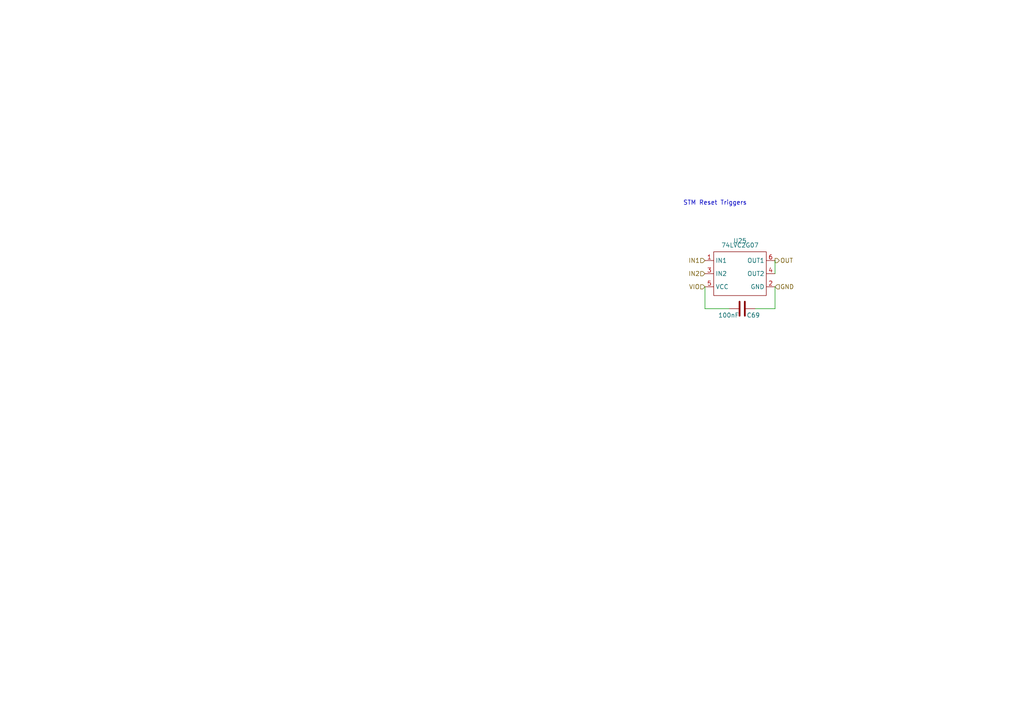
<source format=kicad_sch>
(kicad_sch (version 20250114) (generator "eeschema") (generator_version "9.0")
  (paper "A4")
  (lib_symbols
    (symbol "Common:74LVC2G07"
      (property "Reference" "U" (at 0 0 0))
      (symbol "74LVC2G07_0_1"
        (rectangle (start -7.62 6.35) (end 7.62 -6.35))
      )
      (symbol "74LVC2G07_1_1"
        (pin input line (at -10.16 3.81 0) (length 2.54) (name "IN1") (number "1"))
        (pin input line (at -10.16 0 0) (length 2.54) (name "IN2") (number "3"))
        (pin power_in line (at -10.16 -3.81 0) (length 2.54) (name "VCC") (number "5"))
        (pin open_collector line (at 10.16 3.81 180) (length 2.54) (name "OUT1") (number "6"))
        (pin open_collector line (at 10.16 0 180) (length 2.54) (name "OUT2") (number "4"))
        (pin power_in line (at 10.16 -3.81 180) (length 2.54) (name "GND") (number "2"))
      )
    )
    (symbol "Device:C" (pin_numbers (hide yes)) (pin_names (offset 0.254))
      (property "Reference" "C" (at 0.635 2.54 0))
      (property "Value" "C" (at 0.635 -2.54 0))
      (symbol "C_0_1"
        (polyline (pts (xy -2.032 0.762) (xy 2.032 0.762)) (stroke (width 0.508)))
        (polyline (pts (xy -2.032 -0.762) (xy 2.032 -0.762)) (stroke (width 0.508)))
      )
      (symbol "C_1_1"
        (pin passive line (at 0 3.81 270) (length 2.794) (name "~") (number "1"))
        (pin passive line (at 0 -3.81 90) (length 2.794) (name "~") (number "2"))
      )
    )
  )
  (text "STM Reset Triggers" (at 198.12 59.69 0) (effects (font (size 1.27 1.27)) (justify left bottom)))
  (wire (pts (xy 224.79 75.565) (xy 224.79 79.375)))
  (wire (pts (xy 224.79 89.535) (xy 224.79 83.185)))
  (wire (pts (xy 204.47 83.185) (xy 204.47 89.535)))
  (wire (pts (xy 204.47 89.535) (xy 211.455 89.535)))
  (wire (pts (xy 219.075 89.535) (xy 224.79 89.535)))
  (hierarchical_label "OUT" (shape output) (at 224.79 75.565 0))
  (hierarchical_label "GND" (shape input) (at 224.79 83.185 0))
  (hierarchical_label "IN1" (shape input) (at 204.47 75.565 180))
  (hierarchical_label "VIO" (shape input) (at 204.47 83.185 180))
  (hierarchical_label "IN2" (shape input) (at 204.47 79.375 180))
  (symbol (lib_id "Common:74LVC2G07") (at 214.63 79.375 0) (unit 1)
    (property "Reference" "U12" (at 214.63 69.85 0))
    (property "Value" "74LVC2G07" (at 214.63 71.12 0))
    (property "Footprint" "Package_TO_SOT_SMD:SOT-363_SC-70-6_Handsoldering" (effects (hide yes)))
    (property "Datasheet" "https://www.ti.com/lit/ds/sces308l/sces308l.pdf" (effects (hide yes)))
    (property "Description" "Noninverting buffer" (effects (hide yes)))
    (property "Manufacturer" "TI" (effects (hide yes)))
    (property "Part Number" "SN74LVC2G07DCKR" (effects (hide yes)))
    (instances (project "EPS" (path "" (reference "U25") (unit 1))) (project "openlst-hw" (path "" (reference "U14") (unit 1))) (project "sci_board" (path "" (reference "U10") (unit 1))) (project "" (path "" (reference "U12") (unit 1))))
  )
  (symbol (lib_id "Device:C") (at 215.265 89.535 270) (mirror x) (unit 1)
    (property "Reference" "C54" (at 216.535 91.44 90) (effects (justify left)))
    (property "Value" "100nF" (at 208.28 91.44 90) (effects (justify left)))
    (property "Footprint" "Capacitor_SMD:C_0402_1005Metric_Pad0.74x0.62mm_HandSolder" (effects (hide yes)))
    (property "Datasheet" "https://search.murata.co.jp/Ceramy/image/img/A01X/G101/ENG/GRM155R61E104KA87-01.pdf" (effects (hide yes)))
    (property "Description" "Unpolarized capacitor" (effects (hide yes)))
    (property "Voltage" "25" (effects (hide yes)))
    (property "Tolerance" "10" (effects (hide yes)))
    (property "Temperture Coefficient" "X5R" (effects (hide yes)))
    (property "Manufacturer" "Murata" (effects (hide yes)))
    (property "Part Number" "GRM155R61E104KA87D" (effects (hide yes)))
    (instances (project "EPS" (path "" (reference "C69") (unit 1))) (project "openlst-hw" (path "" (reference "C81") (unit 1))) (project "sci_board" (path "" (reference "C61") (unit 1))) (project "AVIONICS_BOARD" (path "" (reference "C54") (unit 1))))
  )
)
</source>
